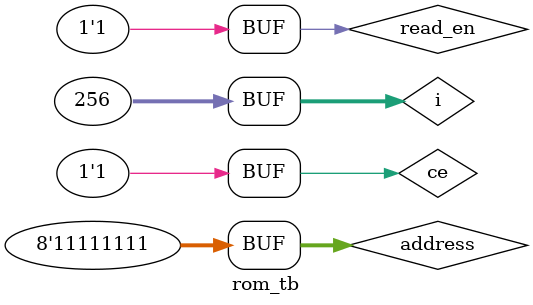
<source format=sv>
module rom_tb;
  logic [7:0] address;
  logic [7:0] data;
  logic read_en;
  logic ce;
  integer i;
  
  rom U(
  	address,
    data,
    read_en,
    ce
  );
  
  initial begin
    ce = 1;
    read_en = 1;
    address = 0;
    #10 $monitor ("address = %d, data = %d", 
                  address, data);
    for(i=0; i<256; i++) begin
      #5 address = i;
    end
  end
  
endmodule

</source>
